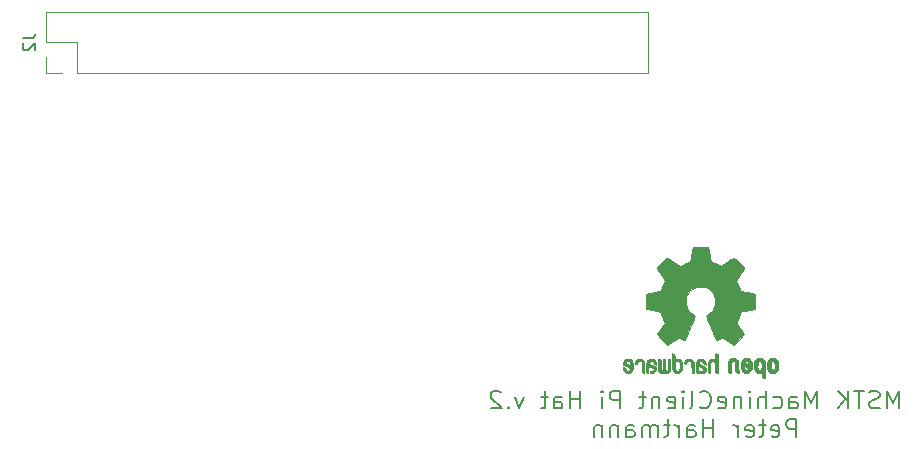
<source format=gbr>
G04 #@! TF.GenerationSoftware,KiCad,Pcbnew,(5.1.4-0)*
G04 #@! TF.CreationDate,2019-09-27T20:11:36-04:00*
G04 #@! TF.ProjectId,Pi_HAT_MACHINECLIENT,50695f48-4154-45f4-9d41-4348494e4543,rev?*
G04 #@! TF.SameCoordinates,Original*
G04 #@! TF.FileFunction,Legend,Bot*
G04 #@! TF.FilePolarity,Positive*
%FSLAX46Y46*%
G04 Gerber Fmt 4.6, Leading zero omitted, Abs format (unit mm)*
G04 Created by KiCad (PCBNEW (5.1.4-0)) date 2019-09-27 20:11:36*
%MOMM*%
%LPD*%
G04 APERTURE LIST*
%ADD10C,0.187500*%
%ADD11C,0.010000*%
%ADD12C,0.120000*%
%ADD13C,0.150000*%
G04 APERTURE END LIST*
D10*
X55620000Y-20839821D02*
X55620000Y-19339821D01*
X55120000Y-20411250D01*
X54620000Y-19339821D01*
X54620000Y-20839821D01*
X53977142Y-20768392D02*
X53762857Y-20839821D01*
X53405714Y-20839821D01*
X53262857Y-20768392D01*
X53191428Y-20696964D01*
X53120000Y-20554107D01*
X53120000Y-20411250D01*
X53191428Y-20268392D01*
X53262857Y-20196964D01*
X53405714Y-20125535D01*
X53691428Y-20054107D01*
X53834285Y-19982678D01*
X53905714Y-19911250D01*
X53977142Y-19768392D01*
X53977142Y-19625535D01*
X53905714Y-19482678D01*
X53834285Y-19411250D01*
X53691428Y-19339821D01*
X53334285Y-19339821D01*
X53120000Y-19411250D01*
X52691428Y-19339821D02*
X51834285Y-19339821D01*
X52262857Y-20839821D02*
X52262857Y-19339821D01*
X51334285Y-20839821D02*
X51334285Y-19339821D01*
X50477142Y-20839821D02*
X51120000Y-19982678D01*
X50477142Y-19339821D02*
X51334285Y-20196964D01*
X48691428Y-20839821D02*
X48691428Y-19339821D01*
X48191428Y-20411250D01*
X47691428Y-19339821D01*
X47691428Y-20839821D01*
X46334285Y-20839821D02*
X46334285Y-20054107D01*
X46405714Y-19911250D01*
X46548571Y-19839821D01*
X46834285Y-19839821D01*
X46977142Y-19911250D01*
X46334285Y-20768392D02*
X46477142Y-20839821D01*
X46834285Y-20839821D01*
X46977142Y-20768392D01*
X47048571Y-20625535D01*
X47048571Y-20482678D01*
X46977142Y-20339821D01*
X46834285Y-20268392D01*
X46477142Y-20268392D01*
X46334285Y-20196964D01*
X44977142Y-20768392D02*
X45120000Y-20839821D01*
X45405714Y-20839821D01*
X45548571Y-20768392D01*
X45620000Y-20696964D01*
X45691428Y-20554107D01*
X45691428Y-20125535D01*
X45620000Y-19982678D01*
X45548571Y-19911250D01*
X45405714Y-19839821D01*
X45120000Y-19839821D01*
X44977142Y-19911250D01*
X44334285Y-20839821D02*
X44334285Y-19339821D01*
X43691428Y-20839821D02*
X43691428Y-20054107D01*
X43762857Y-19911250D01*
X43905714Y-19839821D01*
X44120000Y-19839821D01*
X44262857Y-19911250D01*
X44334285Y-19982678D01*
X42977142Y-20839821D02*
X42977142Y-19839821D01*
X42977142Y-19339821D02*
X43048571Y-19411250D01*
X42977142Y-19482678D01*
X42905714Y-19411250D01*
X42977142Y-19339821D01*
X42977142Y-19482678D01*
X42262857Y-19839821D02*
X42262857Y-20839821D01*
X42262857Y-19982678D02*
X42191428Y-19911250D01*
X42048571Y-19839821D01*
X41834285Y-19839821D01*
X41691428Y-19911250D01*
X41620000Y-20054107D01*
X41620000Y-20839821D01*
X40334285Y-20768392D02*
X40477142Y-20839821D01*
X40762857Y-20839821D01*
X40905714Y-20768392D01*
X40977142Y-20625535D01*
X40977142Y-20054107D01*
X40905714Y-19911250D01*
X40762857Y-19839821D01*
X40477142Y-19839821D01*
X40334285Y-19911250D01*
X40262857Y-20054107D01*
X40262857Y-20196964D01*
X40977142Y-20339821D01*
X38762857Y-20696964D02*
X38834285Y-20768392D01*
X39048571Y-20839821D01*
X39191428Y-20839821D01*
X39405714Y-20768392D01*
X39548571Y-20625535D01*
X39620000Y-20482678D01*
X39691428Y-20196964D01*
X39691428Y-19982678D01*
X39620000Y-19696964D01*
X39548571Y-19554107D01*
X39405714Y-19411250D01*
X39191428Y-19339821D01*
X39048571Y-19339821D01*
X38834285Y-19411250D01*
X38762857Y-19482678D01*
X37905714Y-20839821D02*
X38048571Y-20768392D01*
X38120000Y-20625535D01*
X38120000Y-19339821D01*
X37334285Y-20839821D02*
X37334285Y-19839821D01*
X37334285Y-19339821D02*
X37405714Y-19411250D01*
X37334285Y-19482678D01*
X37262857Y-19411250D01*
X37334285Y-19339821D01*
X37334285Y-19482678D01*
X36048571Y-20768392D02*
X36191428Y-20839821D01*
X36477142Y-20839821D01*
X36620000Y-20768392D01*
X36691428Y-20625535D01*
X36691428Y-20054107D01*
X36620000Y-19911250D01*
X36477142Y-19839821D01*
X36191428Y-19839821D01*
X36048571Y-19911250D01*
X35977142Y-20054107D01*
X35977142Y-20196964D01*
X36691428Y-20339821D01*
X35334285Y-19839821D02*
X35334285Y-20839821D01*
X35334285Y-19982678D02*
X35262857Y-19911250D01*
X35120000Y-19839821D01*
X34905714Y-19839821D01*
X34762857Y-19911250D01*
X34691428Y-20054107D01*
X34691428Y-20839821D01*
X34191428Y-19839821D02*
X33620000Y-19839821D01*
X33977142Y-19339821D02*
X33977142Y-20625535D01*
X33905714Y-20768392D01*
X33762857Y-20839821D01*
X33620000Y-20839821D01*
X31977142Y-20839821D02*
X31977142Y-19339821D01*
X31405714Y-19339821D01*
X31262857Y-19411250D01*
X31191428Y-19482678D01*
X31120000Y-19625535D01*
X31120000Y-19839821D01*
X31191428Y-19982678D01*
X31262857Y-20054107D01*
X31405714Y-20125535D01*
X31977142Y-20125535D01*
X30477142Y-20839821D02*
X30477142Y-19839821D01*
X30477142Y-19339821D02*
X30548571Y-19411250D01*
X30477142Y-19482678D01*
X30405714Y-19411250D01*
X30477142Y-19339821D01*
X30477142Y-19482678D01*
X28620000Y-20839821D02*
X28620000Y-19339821D01*
X28620000Y-20054107D02*
X27762857Y-20054107D01*
X27762857Y-20839821D02*
X27762857Y-19339821D01*
X26405714Y-20839821D02*
X26405714Y-20054107D01*
X26477142Y-19911250D01*
X26620000Y-19839821D01*
X26905714Y-19839821D01*
X27048571Y-19911250D01*
X26405714Y-20768392D02*
X26548571Y-20839821D01*
X26905714Y-20839821D01*
X27048571Y-20768392D01*
X27120000Y-20625535D01*
X27120000Y-20482678D01*
X27048571Y-20339821D01*
X26905714Y-20268392D01*
X26548571Y-20268392D01*
X26405714Y-20196964D01*
X25905714Y-19839821D02*
X25334285Y-19839821D01*
X25691428Y-19339821D02*
X25691428Y-20625535D01*
X25620000Y-20768392D01*
X25477142Y-20839821D01*
X25334285Y-20839821D01*
X23834285Y-19839821D02*
X23477142Y-20839821D01*
X23120000Y-19839821D01*
X22548571Y-20696964D02*
X22477142Y-20768392D01*
X22548571Y-20839821D01*
X22620000Y-20768392D01*
X22548571Y-20696964D01*
X22548571Y-20839821D01*
X21905714Y-19482678D02*
X21834285Y-19411250D01*
X21691428Y-19339821D01*
X21334285Y-19339821D01*
X21191428Y-19411250D01*
X21120000Y-19482678D01*
X21048571Y-19625535D01*
X21048571Y-19768392D01*
X21120000Y-19982678D01*
X21977142Y-20839821D01*
X21048571Y-20839821D01*
X46905714Y-23277321D02*
X46905714Y-21777321D01*
X46334285Y-21777321D01*
X46191428Y-21848750D01*
X46120000Y-21920178D01*
X46048571Y-22063035D01*
X46048571Y-22277321D01*
X46120000Y-22420178D01*
X46191428Y-22491607D01*
X46334285Y-22563035D01*
X46905714Y-22563035D01*
X44834285Y-23205892D02*
X44977142Y-23277321D01*
X45262857Y-23277321D01*
X45405714Y-23205892D01*
X45477142Y-23063035D01*
X45477142Y-22491607D01*
X45405714Y-22348750D01*
X45262857Y-22277321D01*
X44977142Y-22277321D01*
X44834285Y-22348750D01*
X44762857Y-22491607D01*
X44762857Y-22634464D01*
X45477142Y-22777321D01*
X44334285Y-22277321D02*
X43762857Y-22277321D01*
X44120000Y-21777321D02*
X44120000Y-23063035D01*
X44048571Y-23205892D01*
X43905714Y-23277321D01*
X43762857Y-23277321D01*
X42691428Y-23205892D02*
X42834285Y-23277321D01*
X43120000Y-23277321D01*
X43262857Y-23205892D01*
X43334285Y-23063035D01*
X43334285Y-22491607D01*
X43262857Y-22348750D01*
X43120000Y-22277321D01*
X42834285Y-22277321D01*
X42691428Y-22348750D01*
X42620000Y-22491607D01*
X42620000Y-22634464D01*
X43334285Y-22777321D01*
X41977142Y-23277321D02*
X41977142Y-22277321D01*
X41977142Y-22563035D02*
X41905714Y-22420178D01*
X41834285Y-22348750D01*
X41691428Y-22277321D01*
X41548571Y-22277321D01*
X39905714Y-23277321D02*
X39905714Y-21777321D01*
X39905714Y-22491607D02*
X39048571Y-22491607D01*
X39048571Y-23277321D02*
X39048571Y-21777321D01*
X37691428Y-23277321D02*
X37691428Y-22491607D01*
X37762857Y-22348750D01*
X37905714Y-22277321D01*
X38191428Y-22277321D01*
X38334285Y-22348750D01*
X37691428Y-23205892D02*
X37834285Y-23277321D01*
X38191428Y-23277321D01*
X38334285Y-23205892D01*
X38405714Y-23063035D01*
X38405714Y-22920178D01*
X38334285Y-22777321D01*
X38191428Y-22705892D01*
X37834285Y-22705892D01*
X37691428Y-22634464D01*
X36977142Y-23277321D02*
X36977142Y-22277321D01*
X36977142Y-22563035D02*
X36905714Y-22420178D01*
X36834285Y-22348750D01*
X36691428Y-22277321D01*
X36548571Y-22277321D01*
X36262857Y-22277321D02*
X35691428Y-22277321D01*
X36048571Y-21777321D02*
X36048571Y-23063035D01*
X35977142Y-23205892D01*
X35834285Y-23277321D01*
X35691428Y-23277321D01*
X35191428Y-23277321D02*
X35191428Y-22277321D01*
X35191428Y-22420178D02*
X35120000Y-22348750D01*
X34977142Y-22277321D01*
X34762857Y-22277321D01*
X34620000Y-22348750D01*
X34548571Y-22491607D01*
X34548571Y-23277321D01*
X34548571Y-22491607D02*
X34477142Y-22348750D01*
X34334285Y-22277321D01*
X34120000Y-22277321D01*
X33977142Y-22348750D01*
X33905714Y-22491607D01*
X33905714Y-23277321D01*
X32548571Y-23277321D02*
X32548571Y-22491607D01*
X32620000Y-22348750D01*
X32762857Y-22277321D01*
X33048571Y-22277321D01*
X33191428Y-22348750D01*
X32548571Y-23205892D02*
X32691428Y-23277321D01*
X33048571Y-23277321D01*
X33191428Y-23205892D01*
X33262857Y-23063035D01*
X33262857Y-22920178D01*
X33191428Y-22777321D01*
X33048571Y-22705892D01*
X32691428Y-22705892D01*
X32548571Y-22634464D01*
X31834285Y-22277321D02*
X31834285Y-23277321D01*
X31834285Y-22420178D02*
X31762857Y-22348750D01*
X31620000Y-22277321D01*
X31405714Y-22277321D01*
X31262857Y-22348750D01*
X31191428Y-22491607D01*
X31191428Y-23277321D01*
X30477142Y-22277321D02*
X30477142Y-23277321D01*
X30477142Y-22420178D02*
X30405714Y-22348750D01*
X30262857Y-22277321D01*
X30048571Y-22277321D01*
X29905714Y-22348750D01*
X29834285Y-22491607D01*
X29834285Y-23277321D01*
D11*
G36*
X38610986Y-7162998D02*
G01*
X38452994Y-7163863D01*
X38338653Y-7166205D01*
X38260593Y-7170762D01*
X38211446Y-7178270D01*
X38183841Y-7189466D01*
X38170408Y-7205088D01*
X38163779Y-7225873D01*
X38163135Y-7228563D01*
X38153065Y-7277113D01*
X38134425Y-7372905D01*
X38109155Y-7505743D01*
X38079193Y-7665431D01*
X38046478Y-7841774D01*
X38045336Y-7847967D01*
X38012567Y-8020782D01*
X37981907Y-8173469D01*
X37955336Y-8296871D01*
X37934833Y-8381831D01*
X37922374Y-8419190D01*
X37921780Y-8419852D01*
X37885081Y-8438095D01*
X37809414Y-8468497D01*
X37711122Y-8504493D01*
X37710575Y-8504685D01*
X37586767Y-8551222D01*
X37440804Y-8610504D01*
X37303219Y-8670109D01*
X37296707Y-8673056D01*
X37072610Y-8774765D01*
X36576381Y-8435897D01*
X36424154Y-8332592D01*
X36286259Y-8240237D01*
X36170685Y-8164084D01*
X36085421Y-8109385D01*
X36038456Y-8081393D01*
X36033996Y-8079317D01*
X35999866Y-8088560D01*
X35936119Y-8133156D01*
X35840269Y-8215209D01*
X35709831Y-8336821D01*
X35576672Y-8466205D01*
X35448306Y-8593702D01*
X35333419Y-8710046D01*
X35238927Y-8808052D01*
X35171747Y-8880536D01*
X35138794Y-8920313D01*
X35137568Y-8922361D01*
X35133926Y-8949656D01*
X35147650Y-8994234D01*
X35182131Y-9062112D01*
X35240761Y-9159311D01*
X35326930Y-9291851D01*
X35441800Y-9462476D01*
X35543746Y-9612655D01*
X35634877Y-9747350D01*
X35709927Y-9858740D01*
X35763631Y-9939005D01*
X35790720Y-9980325D01*
X35792426Y-9983130D01*
X35789118Y-10022721D01*
X35764047Y-10099669D01*
X35722202Y-10199432D01*
X35707288Y-10231291D01*
X35642214Y-10373226D01*
X35572788Y-10534273D01*
X35516391Y-10673621D01*
X35475753Y-10777044D01*
X35443474Y-10855642D01*
X35424822Y-10896720D01*
X35422503Y-10899885D01*
X35388197Y-10905128D01*
X35307331Y-10919494D01*
X35190657Y-10940937D01*
X35048925Y-10967413D01*
X34892890Y-10996877D01*
X34733302Y-11027283D01*
X34580915Y-11056588D01*
X34446479Y-11082745D01*
X34340748Y-11103710D01*
X34274474Y-11117439D01*
X34258218Y-11121320D01*
X34241427Y-11130900D01*
X34228751Y-11152536D01*
X34219622Y-11193531D01*
X34213469Y-11261189D01*
X34209720Y-11362812D01*
X34207808Y-11505703D01*
X34207160Y-11697165D01*
X34207126Y-11775645D01*
X34207126Y-12413906D01*
X34360402Y-12444160D01*
X34445678Y-12460564D01*
X34572930Y-12484509D01*
X34726685Y-12513107D01*
X34891466Y-12543467D01*
X34937011Y-12551806D01*
X35089068Y-12581370D01*
X35221532Y-12610442D01*
X35323286Y-12636329D01*
X35383212Y-12656337D01*
X35393195Y-12662301D01*
X35417707Y-12704534D01*
X35452852Y-12786370D01*
X35491827Y-12891683D01*
X35499558Y-12914368D01*
X35550640Y-13055018D01*
X35614046Y-13213714D01*
X35676096Y-13356225D01*
X35676402Y-13356886D01*
X35779733Y-13580440D01*
X35100039Y-14580232D01*
X35536379Y-15017300D01*
X35668351Y-15147381D01*
X35788721Y-15262048D01*
X35890727Y-15355181D01*
X35967609Y-15420658D01*
X36012607Y-15452357D01*
X36019062Y-15454368D01*
X36056960Y-15438529D01*
X36134292Y-15394496D01*
X36242611Y-15327490D01*
X36373468Y-15242734D01*
X36514948Y-15147816D01*
X36658539Y-15050998D01*
X36786565Y-14966751D01*
X36890895Y-14900258D01*
X36963400Y-14856702D01*
X36995842Y-14841264D01*
X37035424Y-14854328D01*
X37110481Y-14888750D01*
X37205532Y-14937380D01*
X37215608Y-14942785D01*
X37343609Y-15006980D01*
X37431382Y-15038463D01*
X37485972Y-15038798D01*
X37514425Y-15009548D01*
X37514590Y-15009138D01*
X37528812Y-14974498D01*
X37562731Y-14892269D01*
X37613716Y-14768814D01*
X37679138Y-14610498D01*
X37756366Y-14423686D01*
X37842771Y-14214742D01*
X37926449Y-14012446D01*
X38018412Y-13789200D01*
X38102850Y-13582392D01*
X38177231Y-13398362D01*
X38239026Y-13243451D01*
X38285703Y-13123996D01*
X38314732Y-13046339D01*
X38323678Y-13017356D01*
X38301244Y-12984110D01*
X38242561Y-12931123D01*
X38164311Y-12872704D01*
X37941466Y-12687952D01*
X37767282Y-12476182D01*
X37643846Y-12241856D01*
X37573246Y-11989434D01*
X37557569Y-11723377D01*
X37568964Y-11600575D01*
X37631050Y-11345793D01*
X37737977Y-11120801D01*
X37883111Y-10927817D01*
X38059822Y-10769061D01*
X38261478Y-10646750D01*
X38481446Y-10563105D01*
X38713094Y-10520344D01*
X38949791Y-10520687D01*
X39184905Y-10566352D01*
X39411804Y-10659559D01*
X39623856Y-10802527D01*
X39712364Y-10883383D01*
X39882111Y-11091007D01*
X40000301Y-11317895D01*
X40067722Y-11557433D01*
X40085160Y-11803007D01*
X40053402Y-12048003D01*
X39973235Y-12285808D01*
X39845445Y-12509807D01*
X39670820Y-12713387D01*
X39475688Y-12872704D01*
X39394409Y-12933602D01*
X39336991Y-12986015D01*
X39316322Y-13017406D01*
X39327144Y-13051639D01*
X39357923Y-13133419D01*
X39406126Y-13256407D01*
X39469222Y-13414263D01*
X39544678Y-13600649D01*
X39629962Y-13809226D01*
X39713781Y-14012496D01*
X39806255Y-14235933D01*
X39891911Y-14442984D01*
X39968118Y-14627286D01*
X40032247Y-14782475D01*
X40081668Y-14902188D01*
X40113752Y-14980061D01*
X40125641Y-15009138D01*
X40153726Y-15038677D01*
X40208051Y-15038591D01*
X40295605Y-15007326D01*
X40423381Y-14943329D01*
X40424392Y-14942785D01*
X40520598Y-14893121D01*
X40598369Y-14856945D01*
X40642223Y-14841408D01*
X40644158Y-14841264D01*
X40677171Y-14857024D01*
X40750054Y-14900850D01*
X40854678Y-14967557D01*
X40982910Y-15051964D01*
X41125052Y-15147816D01*
X41269767Y-15244867D01*
X41400196Y-15329270D01*
X41507890Y-15395801D01*
X41584402Y-15439238D01*
X41620938Y-15454368D01*
X41654582Y-15434482D01*
X41722224Y-15378903D01*
X41817107Y-15293754D01*
X41932470Y-15185153D01*
X42061555Y-15059221D01*
X42103771Y-15017149D01*
X42540261Y-14579931D01*
X42208023Y-14092340D01*
X42107054Y-13942605D01*
X42018438Y-13808220D01*
X41947146Y-13696969D01*
X41898150Y-13616639D01*
X41876422Y-13575014D01*
X41875785Y-13572053D01*
X41887240Y-13532818D01*
X41918051Y-13453895D01*
X41962884Y-13348509D01*
X41994353Y-13277954D01*
X42053192Y-13142876D01*
X42108604Y-13006409D01*
X42151564Y-12891103D01*
X42163234Y-12855977D01*
X42196389Y-12762174D01*
X42228799Y-12689694D01*
X42246601Y-12662301D01*
X42285886Y-12645536D01*
X42371626Y-12621770D01*
X42492697Y-12593697D01*
X42637973Y-12564009D01*
X42702988Y-12551806D01*
X42868087Y-12521468D01*
X43026448Y-12492093D01*
X43162596Y-12466569D01*
X43261057Y-12447785D01*
X43279598Y-12444160D01*
X43432873Y-12413906D01*
X43432873Y-11775645D01*
X43432529Y-11565770D01*
X43431116Y-11406980D01*
X43428064Y-11291973D01*
X43422803Y-11213446D01*
X43414763Y-11164096D01*
X43403373Y-11136619D01*
X43388063Y-11123713D01*
X43381782Y-11121320D01*
X43343896Y-11112833D01*
X43260195Y-11095900D01*
X43141433Y-11072566D01*
X42998361Y-11044875D01*
X42841732Y-11014873D01*
X42682297Y-10984604D01*
X42530809Y-10956115D01*
X42398019Y-10931449D01*
X42294681Y-10912651D01*
X42231545Y-10901767D01*
X42217497Y-10899885D01*
X42204770Y-10874704D01*
X42176600Y-10807622D01*
X42138252Y-10711333D01*
X42123609Y-10673621D01*
X42064548Y-10527921D01*
X41995000Y-10366951D01*
X41932712Y-10231291D01*
X41886879Y-10127561D01*
X41856387Y-10042326D01*
X41846208Y-9990126D01*
X41847831Y-9983130D01*
X41869343Y-9950102D01*
X41918465Y-9876643D01*
X41989923Y-9770577D01*
X42078445Y-9639726D01*
X42178759Y-9491912D01*
X42198594Y-9462734D01*
X42314988Y-9289863D01*
X42400548Y-9158226D01*
X42458684Y-9061761D01*
X42492808Y-8994408D01*
X42506331Y-8950106D01*
X42502664Y-8922794D01*
X42502570Y-8922620D01*
X42473707Y-8886746D01*
X42409867Y-8817391D01*
X42317969Y-8721745D01*
X42204933Y-8606999D01*
X42077679Y-8480341D01*
X42063328Y-8466205D01*
X41902957Y-8310903D01*
X41779195Y-8196870D01*
X41689555Y-8122002D01*
X41631552Y-8084196D01*
X41606004Y-8079317D01*
X41568718Y-8100603D01*
X41491343Y-8149773D01*
X41381867Y-8221575D01*
X41248280Y-8310755D01*
X41098570Y-8412063D01*
X41063618Y-8435897D01*
X40567390Y-8774765D01*
X40343293Y-8673056D01*
X40207011Y-8613783D01*
X40060724Y-8554170D01*
X39934965Y-8506640D01*
X39929425Y-8504685D01*
X39831057Y-8468677D01*
X39755229Y-8438229D01*
X39718282Y-8419905D01*
X39718220Y-8419852D01*
X39706496Y-8386729D01*
X39686568Y-8305267D01*
X39660413Y-8184625D01*
X39630010Y-8033959D01*
X39597337Y-7862428D01*
X39594664Y-7847967D01*
X39561890Y-7671235D01*
X39531802Y-7510810D01*
X39506339Y-7376888D01*
X39487441Y-7279663D01*
X39477047Y-7229332D01*
X39476865Y-7228563D01*
X39470539Y-7207153D01*
X39458239Y-7190988D01*
X39432594Y-7179331D01*
X39386235Y-7171445D01*
X39311792Y-7166593D01*
X39201895Y-7164039D01*
X39049175Y-7163045D01*
X38846262Y-7162874D01*
X38820000Y-7162874D01*
X38610986Y-7162998D01*
X38610986Y-7162998D01*
G37*
X38610986Y-7162998D02*
X38452994Y-7163863D01*
X38338653Y-7166205D01*
X38260593Y-7170762D01*
X38211446Y-7178270D01*
X38183841Y-7189466D01*
X38170408Y-7205088D01*
X38163779Y-7225873D01*
X38163135Y-7228563D01*
X38153065Y-7277113D01*
X38134425Y-7372905D01*
X38109155Y-7505743D01*
X38079193Y-7665431D01*
X38046478Y-7841774D01*
X38045336Y-7847967D01*
X38012567Y-8020782D01*
X37981907Y-8173469D01*
X37955336Y-8296871D01*
X37934833Y-8381831D01*
X37922374Y-8419190D01*
X37921780Y-8419852D01*
X37885081Y-8438095D01*
X37809414Y-8468497D01*
X37711122Y-8504493D01*
X37710575Y-8504685D01*
X37586767Y-8551222D01*
X37440804Y-8610504D01*
X37303219Y-8670109D01*
X37296707Y-8673056D01*
X37072610Y-8774765D01*
X36576381Y-8435897D01*
X36424154Y-8332592D01*
X36286259Y-8240237D01*
X36170685Y-8164084D01*
X36085421Y-8109385D01*
X36038456Y-8081393D01*
X36033996Y-8079317D01*
X35999866Y-8088560D01*
X35936119Y-8133156D01*
X35840269Y-8215209D01*
X35709831Y-8336821D01*
X35576672Y-8466205D01*
X35448306Y-8593702D01*
X35333419Y-8710046D01*
X35238927Y-8808052D01*
X35171747Y-8880536D01*
X35138794Y-8920313D01*
X35137568Y-8922361D01*
X35133926Y-8949656D01*
X35147650Y-8994234D01*
X35182131Y-9062112D01*
X35240761Y-9159311D01*
X35326930Y-9291851D01*
X35441800Y-9462476D01*
X35543746Y-9612655D01*
X35634877Y-9747350D01*
X35709927Y-9858740D01*
X35763631Y-9939005D01*
X35790720Y-9980325D01*
X35792426Y-9983130D01*
X35789118Y-10022721D01*
X35764047Y-10099669D01*
X35722202Y-10199432D01*
X35707288Y-10231291D01*
X35642214Y-10373226D01*
X35572788Y-10534273D01*
X35516391Y-10673621D01*
X35475753Y-10777044D01*
X35443474Y-10855642D01*
X35424822Y-10896720D01*
X35422503Y-10899885D01*
X35388197Y-10905128D01*
X35307331Y-10919494D01*
X35190657Y-10940937D01*
X35048925Y-10967413D01*
X34892890Y-10996877D01*
X34733302Y-11027283D01*
X34580915Y-11056588D01*
X34446479Y-11082745D01*
X34340748Y-11103710D01*
X34274474Y-11117439D01*
X34258218Y-11121320D01*
X34241427Y-11130900D01*
X34228751Y-11152536D01*
X34219622Y-11193531D01*
X34213469Y-11261189D01*
X34209720Y-11362812D01*
X34207808Y-11505703D01*
X34207160Y-11697165D01*
X34207126Y-11775645D01*
X34207126Y-12413906D01*
X34360402Y-12444160D01*
X34445678Y-12460564D01*
X34572930Y-12484509D01*
X34726685Y-12513107D01*
X34891466Y-12543467D01*
X34937011Y-12551806D01*
X35089068Y-12581370D01*
X35221532Y-12610442D01*
X35323286Y-12636329D01*
X35383212Y-12656337D01*
X35393195Y-12662301D01*
X35417707Y-12704534D01*
X35452852Y-12786370D01*
X35491827Y-12891683D01*
X35499558Y-12914368D01*
X35550640Y-13055018D01*
X35614046Y-13213714D01*
X35676096Y-13356225D01*
X35676402Y-13356886D01*
X35779733Y-13580440D01*
X35100039Y-14580232D01*
X35536379Y-15017300D01*
X35668351Y-15147381D01*
X35788721Y-15262048D01*
X35890727Y-15355181D01*
X35967609Y-15420658D01*
X36012607Y-15452357D01*
X36019062Y-15454368D01*
X36056960Y-15438529D01*
X36134292Y-15394496D01*
X36242611Y-15327490D01*
X36373468Y-15242734D01*
X36514948Y-15147816D01*
X36658539Y-15050998D01*
X36786565Y-14966751D01*
X36890895Y-14900258D01*
X36963400Y-14856702D01*
X36995842Y-14841264D01*
X37035424Y-14854328D01*
X37110481Y-14888750D01*
X37205532Y-14937380D01*
X37215608Y-14942785D01*
X37343609Y-15006980D01*
X37431382Y-15038463D01*
X37485972Y-15038798D01*
X37514425Y-15009548D01*
X37514590Y-15009138D01*
X37528812Y-14974498D01*
X37562731Y-14892269D01*
X37613716Y-14768814D01*
X37679138Y-14610498D01*
X37756366Y-14423686D01*
X37842771Y-14214742D01*
X37926449Y-14012446D01*
X38018412Y-13789200D01*
X38102850Y-13582392D01*
X38177231Y-13398362D01*
X38239026Y-13243451D01*
X38285703Y-13123996D01*
X38314732Y-13046339D01*
X38323678Y-13017356D01*
X38301244Y-12984110D01*
X38242561Y-12931123D01*
X38164311Y-12872704D01*
X37941466Y-12687952D01*
X37767282Y-12476182D01*
X37643846Y-12241856D01*
X37573246Y-11989434D01*
X37557569Y-11723377D01*
X37568964Y-11600575D01*
X37631050Y-11345793D01*
X37737977Y-11120801D01*
X37883111Y-10927817D01*
X38059822Y-10769061D01*
X38261478Y-10646750D01*
X38481446Y-10563105D01*
X38713094Y-10520344D01*
X38949791Y-10520687D01*
X39184905Y-10566352D01*
X39411804Y-10659559D01*
X39623856Y-10802527D01*
X39712364Y-10883383D01*
X39882111Y-11091007D01*
X40000301Y-11317895D01*
X40067722Y-11557433D01*
X40085160Y-11803007D01*
X40053402Y-12048003D01*
X39973235Y-12285808D01*
X39845445Y-12509807D01*
X39670820Y-12713387D01*
X39475688Y-12872704D01*
X39394409Y-12933602D01*
X39336991Y-12986015D01*
X39316322Y-13017406D01*
X39327144Y-13051639D01*
X39357923Y-13133419D01*
X39406126Y-13256407D01*
X39469222Y-13414263D01*
X39544678Y-13600649D01*
X39629962Y-13809226D01*
X39713781Y-14012496D01*
X39806255Y-14235933D01*
X39891911Y-14442984D01*
X39968118Y-14627286D01*
X40032247Y-14782475D01*
X40081668Y-14902188D01*
X40113752Y-14980061D01*
X40125641Y-15009138D01*
X40153726Y-15038677D01*
X40208051Y-15038591D01*
X40295605Y-15007326D01*
X40423381Y-14943329D01*
X40424392Y-14942785D01*
X40520598Y-14893121D01*
X40598369Y-14856945D01*
X40642223Y-14841408D01*
X40644158Y-14841264D01*
X40677171Y-14857024D01*
X40750054Y-14900850D01*
X40854678Y-14967557D01*
X40982910Y-15051964D01*
X41125052Y-15147816D01*
X41269767Y-15244867D01*
X41400196Y-15329270D01*
X41507890Y-15395801D01*
X41584402Y-15439238D01*
X41620938Y-15454368D01*
X41654582Y-15434482D01*
X41722224Y-15378903D01*
X41817107Y-15293754D01*
X41932470Y-15185153D01*
X42061555Y-15059221D01*
X42103771Y-15017149D01*
X42540261Y-14579931D01*
X42208023Y-14092340D01*
X42107054Y-13942605D01*
X42018438Y-13808220D01*
X41947146Y-13696969D01*
X41898150Y-13616639D01*
X41876422Y-13575014D01*
X41875785Y-13572053D01*
X41887240Y-13532818D01*
X41918051Y-13453895D01*
X41962884Y-13348509D01*
X41994353Y-13277954D01*
X42053192Y-13142876D01*
X42108604Y-13006409D01*
X42151564Y-12891103D01*
X42163234Y-12855977D01*
X42196389Y-12762174D01*
X42228799Y-12689694D01*
X42246601Y-12662301D01*
X42285886Y-12645536D01*
X42371626Y-12621770D01*
X42492697Y-12593697D01*
X42637973Y-12564009D01*
X42702988Y-12551806D01*
X42868087Y-12521468D01*
X43026448Y-12492093D01*
X43162596Y-12466569D01*
X43261057Y-12447785D01*
X43279598Y-12444160D01*
X43432873Y-12413906D01*
X43432873Y-11775645D01*
X43432529Y-11565770D01*
X43431116Y-11406980D01*
X43428064Y-11291973D01*
X43422803Y-11213446D01*
X43414763Y-11164096D01*
X43403373Y-11136619D01*
X43388063Y-11123713D01*
X43381782Y-11121320D01*
X43343896Y-11112833D01*
X43260195Y-11095900D01*
X43141433Y-11072566D01*
X42998361Y-11044875D01*
X42841732Y-11014873D01*
X42682297Y-10984604D01*
X42530809Y-10956115D01*
X42398019Y-10931449D01*
X42294681Y-10912651D01*
X42231545Y-10901767D01*
X42217497Y-10899885D01*
X42204770Y-10874704D01*
X42176600Y-10807622D01*
X42138252Y-10711333D01*
X42123609Y-10673621D01*
X42064548Y-10527921D01*
X41995000Y-10366951D01*
X41932712Y-10231291D01*
X41886879Y-10127561D01*
X41856387Y-10042326D01*
X41846208Y-9990126D01*
X41847831Y-9983130D01*
X41869343Y-9950102D01*
X41918465Y-9876643D01*
X41989923Y-9770577D01*
X42078445Y-9639726D01*
X42178759Y-9491912D01*
X42198594Y-9462734D01*
X42314988Y-9289863D01*
X42400548Y-9158226D01*
X42458684Y-9061761D01*
X42492808Y-8994408D01*
X42506331Y-8950106D01*
X42502664Y-8922794D01*
X42502570Y-8922620D01*
X42473707Y-8886746D01*
X42409867Y-8817391D01*
X42317969Y-8721745D01*
X42204933Y-8606999D01*
X42077679Y-8480341D01*
X42063328Y-8466205D01*
X41902957Y-8310903D01*
X41779195Y-8196870D01*
X41689555Y-8122002D01*
X41631552Y-8084196D01*
X41606004Y-8079317D01*
X41568718Y-8100603D01*
X41491343Y-8149773D01*
X41381867Y-8221575D01*
X41248280Y-8310755D01*
X41098570Y-8412063D01*
X41063618Y-8435897D01*
X40567390Y-8774765D01*
X40343293Y-8673056D01*
X40207011Y-8613783D01*
X40060724Y-8554170D01*
X39934965Y-8506640D01*
X39929425Y-8504685D01*
X39831057Y-8468677D01*
X39755229Y-8438229D01*
X39718282Y-8419905D01*
X39718220Y-8419852D01*
X39706496Y-8386729D01*
X39686568Y-8305267D01*
X39660413Y-8184625D01*
X39630010Y-8033959D01*
X39597337Y-7862428D01*
X39594664Y-7847967D01*
X39561890Y-7671235D01*
X39531802Y-7510810D01*
X39506339Y-7376888D01*
X39487441Y-7279663D01*
X39477047Y-7229332D01*
X39476865Y-7228563D01*
X39470539Y-7207153D01*
X39458239Y-7190988D01*
X39432594Y-7179331D01*
X39386235Y-7171445D01*
X39311792Y-7166593D01*
X39201895Y-7164039D01*
X39049175Y-7163045D01*
X38846262Y-7162874D01*
X38820000Y-7162874D01*
X38610986Y-7162998D01*
G36*
X32476561Y-16666540D02*
G01*
X32361050Y-16742034D01*
X32305336Y-16809617D01*
X32261196Y-16932255D01*
X32257691Y-17029298D01*
X32265632Y-17159056D01*
X32564885Y-17290039D01*
X32710389Y-17356958D01*
X32805463Y-17410790D01*
X32854899Y-17457416D01*
X32863489Y-17502720D01*
X32836028Y-17552582D01*
X32805747Y-17585632D01*
X32717637Y-17638633D01*
X32621804Y-17642347D01*
X32533788Y-17601041D01*
X32469131Y-17518983D01*
X32457567Y-17490008D01*
X32402175Y-17399509D01*
X32338447Y-17360940D01*
X32251034Y-17327946D01*
X32251034Y-17453034D01*
X32258762Y-17538156D01*
X32289034Y-17609938D01*
X32352482Y-17692356D01*
X32361912Y-17703066D01*
X32432487Y-17776391D01*
X32493153Y-17815742D01*
X32569050Y-17833845D01*
X32631970Y-17839774D01*
X32744513Y-17841251D01*
X32824630Y-17822535D01*
X32874610Y-17794747D01*
X32953162Y-17733641D01*
X33007537Y-17667554D01*
X33041948Y-17584441D01*
X33060612Y-17472254D01*
X33067744Y-17318946D01*
X33068313Y-17241136D01*
X33066378Y-17147853D01*
X32890101Y-17147853D01*
X32888056Y-17197896D01*
X32882961Y-17206092D01*
X32849334Y-17194958D01*
X32776970Y-17165493D01*
X32680253Y-17123601D01*
X32660027Y-17114597D01*
X32537797Y-17052442D01*
X32470453Y-16997815D01*
X32455652Y-16946649D01*
X32491053Y-16894876D01*
X32520289Y-16872000D01*
X32625784Y-16826250D01*
X32724524Y-16833808D01*
X32807188Y-16889651D01*
X32864452Y-16988753D01*
X32882812Y-17067414D01*
X32890101Y-17147853D01*
X33066378Y-17147853D01*
X33064541Y-17059351D01*
X33050641Y-16924853D01*
X33023106Y-16826916D01*
X32978428Y-16754811D01*
X32913099Y-16697813D01*
X32884617Y-16679393D01*
X32755237Y-16631422D01*
X32613588Y-16628403D01*
X32476561Y-16666540D01*
X32476561Y-16666540D01*
G37*
X32476561Y-16666540D02*
X32361050Y-16742034D01*
X32305336Y-16809617D01*
X32261196Y-16932255D01*
X32257691Y-17029298D01*
X32265632Y-17159056D01*
X32564885Y-17290039D01*
X32710389Y-17356958D01*
X32805463Y-17410790D01*
X32854899Y-17457416D01*
X32863489Y-17502720D01*
X32836028Y-17552582D01*
X32805747Y-17585632D01*
X32717637Y-17638633D01*
X32621804Y-17642347D01*
X32533788Y-17601041D01*
X32469131Y-17518983D01*
X32457567Y-17490008D01*
X32402175Y-17399509D01*
X32338447Y-17360940D01*
X32251034Y-17327946D01*
X32251034Y-17453034D01*
X32258762Y-17538156D01*
X32289034Y-17609938D01*
X32352482Y-17692356D01*
X32361912Y-17703066D01*
X32432487Y-17776391D01*
X32493153Y-17815742D01*
X32569050Y-17833845D01*
X32631970Y-17839774D01*
X32744513Y-17841251D01*
X32824630Y-17822535D01*
X32874610Y-17794747D01*
X32953162Y-17733641D01*
X33007537Y-17667554D01*
X33041948Y-17584441D01*
X33060612Y-17472254D01*
X33067744Y-17318946D01*
X33068313Y-17241136D01*
X33066378Y-17147853D01*
X32890101Y-17147853D01*
X32888056Y-17197896D01*
X32882961Y-17206092D01*
X32849334Y-17194958D01*
X32776970Y-17165493D01*
X32680253Y-17123601D01*
X32660027Y-17114597D01*
X32537797Y-17052442D01*
X32470453Y-16997815D01*
X32455652Y-16946649D01*
X32491053Y-16894876D01*
X32520289Y-16872000D01*
X32625784Y-16826250D01*
X32724524Y-16833808D01*
X32807188Y-16889651D01*
X32864452Y-16988753D01*
X32882812Y-17067414D01*
X32890101Y-17147853D01*
X33066378Y-17147853D01*
X33064541Y-17059351D01*
X33050641Y-16924853D01*
X33023106Y-16826916D01*
X32978428Y-16754811D01*
X32913099Y-16697813D01*
X32884617Y-16679393D01*
X32755237Y-16631422D01*
X32613588Y-16628403D01*
X32476561Y-16666540D01*
G36*
X33484310Y-16650018D02*
G01*
X33449415Y-16665269D01*
X33366123Y-16731235D01*
X33294897Y-16826618D01*
X33250847Y-16928406D01*
X33243678Y-16978587D01*
X33267715Y-17048647D01*
X33320439Y-17085717D01*
X33376969Y-17108164D01*
X33402854Y-17112300D01*
X33415458Y-17082283D01*
X33440346Y-17016961D01*
X33451265Y-16987445D01*
X33512492Y-16885348D01*
X33601139Y-16834423D01*
X33714807Y-16835989D01*
X33723226Y-16837994D01*
X33783912Y-16866767D01*
X33828526Y-16922859D01*
X33858998Y-17013163D01*
X33877256Y-17144571D01*
X33885229Y-17323974D01*
X33885977Y-17419433D01*
X33886348Y-17569913D01*
X33888777Y-17672495D01*
X33895240Y-17737672D01*
X33907712Y-17775938D01*
X33928167Y-17797785D01*
X33958581Y-17813707D01*
X33960339Y-17814509D01*
X34018909Y-17839272D01*
X34047925Y-17848391D01*
X34052384Y-17820822D01*
X34056201Y-17744620D01*
X34059101Y-17629541D01*
X34060809Y-17485341D01*
X34061149Y-17379814D01*
X34059412Y-17175613D01*
X34052618Y-17020697D01*
X34038393Y-16906024D01*
X34014362Y-16822551D01*
X33978152Y-16761236D01*
X33927388Y-16713034D01*
X33877261Y-16679393D01*
X33756725Y-16634619D01*
X33616443Y-16624521D01*
X33484310Y-16650018D01*
X33484310Y-16650018D01*
G37*
X33484310Y-16650018D02*
X33449415Y-16665269D01*
X33366123Y-16731235D01*
X33294897Y-16826618D01*
X33250847Y-16928406D01*
X33243678Y-16978587D01*
X33267715Y-17048647D01*
X33320439Y-17085717D01*
X33376969Y-17108164D01*
X33402854Y-17112300D01*
X33415458Y-17082283D01*
X33440346Y-17016961D01*
X33451265Y-16987445D01*
X33512492Y-16885348D01*
X33601139Y-16834423D01*
X33714807Y-16835989D01*
X33723226Y-16837994D01*
X33783912Y-16866767D01*
X33828526Y-16922859D01*
X33858998Y-17013163D01*
X33877256Y-17144571D01*
X33885229Y-17323974D01*
X33885977Y-17419433D01*
X33886348Y-17569913D01*
X33888777Y-17672495D01*
X33895240Y-17737672D01*
X33907712Y-17775938D01*
X33928167Y-17797785D01*
X33958581Y-17813707D01*
X33960339Y-17814509D01*
X34018909Y-17839272D01*
X34047925Y-17848391D01*
X34052384Y-17820822D01*
X34056201Y-17744620D01*
X34059101Y-17629541D01*
X34060809Y-17485341D01*
X34061149Y-17379814D01*
X34059412Y-17175613D01*
X34052618Y-17020697D01*
X34038393Y-16906024D01*
X34014362Y-16822551D01*
X33978152Y-16761236D01*
X33927388Y-16713034D01*
X33877261Y-16679393D01*
X33756725Y-16634619D01*
X33616443Y-16624521D01*
X33484310Y-16650018D01*
G36*
X34505594Y-16645156D02*
G01*
X34421531Y-16683393D01*
X34355550Y-16729726D01*
X34307206Y-16781532D01*
X34273828Y-16848363D01*
X34252747Y-16939769D01*
X34241293Y-17065301D01*
X34236797Y-17234508D01*
X34236322Y-17345933D01*
X34236322Y-17780627D01*
X34310684Y-17814509D01*
X34369254Y-17839272D01*
X34398270Y-17848391D01*
X34403821Y-17821257D01*
X34408225Y-17748094D01*
X34410922Y-17641263D01*
X34411494Y-17556437D01*
X34413954Y-17433887D01*
X34420588Y-17336668D01*
X34430274Y-17277134D01*
X34437968Y-17264483D01*
X34489689Y-17277402D01*
X34570883Y-17310539D01*
X34664898Y-17355461D01*
X34755083Y-17403735D01*
X34824785Y-17446928D01*
X34857352Y-17476608D01*
X34857481Y-17476929D01*
X34854680Y-17531857D01*
X34829561Y-17584292D01*
X34785459Y-17626881D01*
X34721091Y-17641126D01*
X34666079Y-17639466D01*
X34588165Y-17638245D01*
X34547268Y-17656498D01*
X34522705Y-17704726D01*
X34519608Y-17713820D01*
X34508960Y-17782598D01*
X34537435Y-17824360D01*
X34611656Y-17844263D01*
X34691832Y-17847944D01*
X34836110Y-17820658D01*
X34910797Y-17781690D01*
X35003037Y-17690148D01*
X35051957Y-17577782D01*
X35056346Y-17459051D01*
X35014999Y-17348411D01*
X34952803Y-17279080D01*
X34890706Y-17240265D01*
X34793105Y-17191125D01*
X34679368Y-17141292D01*
X34660410Y-17133677D01*
X34535479Y-17078545D01*
X34463461Y-17029954D01*
X34440300Y-16981647D01*
X34461936Y-16927370D01*
X34499080Y-16884943D01*
X34586873Y-16832702D01*
X34683470Y-16828784D01*
X34772056Y-16869041D01*
X34835814Y-16949326D01*
X34844183Y-16970040D01*
X34892904Y-17046225D01*
X34964035Y-17102785D01*
X35053793Y-17149201D01*
X35053793Y-17017584D01*
X35048510Y-16937168D01*
X35025858Y-16873786D01*
X34975633Y-16806163D01*
X34927418Y-16754076D01*
X34852446Y-16680322D01*
X34794194Y-16640702D01*
X34731628Y-16624810D01*
X34660807Y-16622184D01*
X34505594Y-16645156D01*
X34505594Y-16645156D01*
G37*
X34505594Y-16645156D02*
X34421531Y-16683393D01*
X34355550Y-16729726D01*
X34307206Y-16781532D01*
X34273828Y-16848363D01*
X34252747Y-16939769D01*
X34241293Y-17065301D01*
X34236797Y-17234508D01*
X34236322Y-17345933D01*
X34236322Y-17780627D01*
X34310684Y-17814509D01*
X34369254Y-17839272D01*
X34398270Y-17848391D01*
X34403821Y-17821257D01*
X34408225Y-17748094D01*
X34410922Y-17641263D01*
X34411494Y-17556437D01*
X34413954Y-17433887D01*
X34420588Y-17336668D01*
X34430274Y-17277134D01*
X34437968Y-17264483D01*
X34489689Y-17277402D01*
X34570883Y-17310539D01*
X34664898Y-17355461D01*
X34755083Y-17403735D01*
X34824785Y-17446928D01*
X34857352Y-17476608D01*
X34857481Y-17476929D01*
X34854680Y-17531857D01*
X34829561Y-17584292D01*
X34785459Y-17626881D01*
X34721091Y-17641126D01*
X34666079Y-17639466D01*
X34588165Y-17638245D01*
X34547268Y-17656498D01*
X34522705Y-17704726D01*
X34519608Y-17713820D01*
X34508960Y-17782598D01*
X34537435Y-17824360D01*
X34611656Y-17844263D01*
X34691832Y-17847944D01*
X34836110Y-17820658D01*
X34910797Y-17781690D01*
X35003037Y-17690148D01*
X35051957Y-17577782D01*
X35056346Y-17459051D01*
X35014999Y-17348411D01*
X34952803Y-17279080D01*
X34890706Y-17240265D01*
X34793105Y-17191125D01*
X34679368Y-17141292D01*
X34660410Y-17133677D01*
X34535479Y-17078545D01*
X34463461Y-17029954D01*
X34440300Y-16981647D01*
X34461936Y-16927370D01*
X34499080Y-16884943D01*
X34586873Y-16832702D01*
X34683470Y-16828784D01*
X34772056Y-16869041D01*
X34835814Y-16949326D01*
X34844183Y-16970040D01*
X34892904Y-17046225D01*
X34964035Y-17102785D01*
X35053793Y-17149201D01*
X35053793Y-17017584D01*
X35048510Y-16937168D01*
X35025858Y-16873786D01*
X34975633Y-16806163D01*
X34927418Y-16754076D01*
X34852446Y-16680322D01*
X34794194Y-16640702D01*
X34731628Y-16624810D01*
X34660807Y-16622184D01*
X34505594Y-16645156D01*
G36*
X35239876Y-16649840D02*
G01*
X35235421Y-16726653D01*
X35231929Y-16843391D01*
X35229685Y-16990821D01*
X35228965Y-17145455D01*
X35228965Y-17668727D01*
X35321355Y-17761117D01*
X35385022Y-17818047D01*
X35440911Y-17841107D01*
X35517298Y-17839647D01*
X35547620Y-17835934D01*
X35642390Y-17825126D01*
X35720778Y-17818933D01*
X35739885Y-17818361D01*
X35804301Y-17822102D01*
X35896429Y-17831494D01*
X35932150Y-17835934D01*
X36019886Y-17842801D01*
X36078847Y-17827885D01*
X36137310Y-17781835D01*
X36158415Y-17761117D01*
X36250805Y-17668727D01*
X36250805Y-16689947D01*
X36176442Y-16656066D01*
X36112410Y-16630970D01*
X36074948Y-16622184D01*
X36065343Y-16649950D01*
X36056365Y-16727530D01*
X36048614Y-16846348D01*
X36042686Y-16997828D01*
X36039827Y-17125805D01*
X36031839Y-17629425D01*
X35962152Y-17639278D01*
X35898771Y-17632389D01*
X35867714Y-17610083D01*
X35859033Y-17568379D01*
X35851622Y-17479544D01*
X35846069Y-17354834D01*
X35842964Y-17205507D01*
X35842516Y-17128661D01*
X35842069Y-16686287D01*
X35750126Y-16654235D01*
X35685051Y-16632443D01*
X35649653Y-16622281D01*
X35648632Y-16622184D01*
X35645080Y-16649809D01*
X35641177Y-16726411D01*
X35637249Y-16842579D01*
X35633624Y-16988904D01*
X35631092Y-17125805D01*
X35623103Y-17629425D01*
X35447931Y-17629425D01*
X35439893Y-17169965D01*
X35431854Y-16710505D01*
X35346457Y-16666344D01*
X35283407Y-16636019D01*
X35246090Y-16622258D01*
X35245013Y-16622184D01*
X35239876Y-16649840D01*
X35239876Y-16649840D01*
G37*
X35239876Y-16649840D02*
X35235421Y-16726653D01*
X35231929Y-16843391D01*
X35229685Y-16990821D01*
X35228965Y-17145455D01*
X35228965Y-17668727D01*
X35321355Y-17761117D01*
X35385022Y-17818047D01*
X35440911Y-17841107D01*
X35517298Y-17839647D01*
X35547620Y-17835934D01*
X35642390Y-17825126D01*
X35720778Y-17818933D01*
X35739885Y-17818361D01*
X35804301Y-17822102D01*
X35896429Y-17831494D01*
X35932150Y-17835934D01*
X36019886Y-17842801D01*
X36078847Y-17827885D01*
X36137310Y-17781835D01*
X36158415Y-17761117D01*
X36250805Y-17668727D01*
X36250805Y-16689947D01*
X36176442Y-16656066D01*
X36112410Y-16630970D01*
X36074948Y-16622184D01*
X36065343Y-16649950D01*
X36056365Y-16727530D01*
X36048614Y-16846348D01*
X36042686Y-16997828D01*
X36039827Y-17125805D01*
X36031839Y-17629425D01*
X35962152Y-17639278D01*
X35898771Y-17632389D01*
X35867714Y-17610083D01*
X35859033Y-17568379D01*
X35851622Y-17479544D01*
X35846069Y-17354834D01*
X35842964Y-17205507D01*
X35842516Y-17128661D01*
X35842069Y-16686287D01*
X35750126Y-16654235D01*
X35685051Y-16632443D01*
X35649653Y-16622281D01*
X35648632Y-16622184D01*
X35645080Y-16649809D01*
X35641177Y-16726411D01*
X35637249Y-16842579D01*
X35633624Y-16988904D01*
X35631092Y-17125805D01*
X35623103Y-17629425D01*
X35447931Y-17629425D01*
X35439893Y-17169965D01*
X35431854Y-16710505D01*
X35346457Y-16666344D01*
X35283407Y-16636019D01*
X35246090Y-16622258D01*
X35245013Y-16622184D01*
X35239876Y-16649840D01*
G36*
X36426086Y-16864455D02*
G01*
X36426457Y-17082661D01*
X36427892Y-17250519D01*
X36430998Y-17376070D01*
X36436378Y-17467355D01*
X36444638Y-17532415D01*
X36456384Y-17579291D01*
X36472219Y-17616024D01*
X36484210Y-17636991D01*
X36583510Y-17750694D01*
X36709412Y-17821965D01*
X36848709Y-17847538D01*
X36988195Y-17824150D01*
X37071257Y-17782119D01*
X37158455Y-17709411D01*
X37217883Y-17620612D01*
X37253739Y-17504320D01*
X37270219Y-17349135D01*
X37272553Y-17235287D01*
X37272239Y-17227106D01*
X37068276Y-17227106D01*
X37067030Y-17357657D01*
X37061322Y-17444080D01*
X37048196Y-17500618D01*
X37024694Y-17541514D01*
X36996614Y-17572362D01*
X36902312Y-17631905D01*
X36801060Y-17636992D01*
X36705364Y-17587279D01*
X36697916Y-17580543D01*
X36666126Y-17545502D01*
X36646192Y-17503811D01*
X36635400Y-17441762D01*
X36631035Y-17345644D01*
X36630345Y-17239379D01*
X36631841Y-17105880D01*
X36638036Y-17016822D01*
X36651486Y-16958293D01*
X36674749Y-16916382D01*
X36693825Y-16894123D01*
X36782437Y-16837985D01*
X36884492Y-16831235D01*
X36981905Y-16874114D01*
X37000704Y-16890032D01*
X37032707Y-16925382D01*
X37052682Y-16967502D01*
X37063407Y-17030251D01*
X37067661Y-17127487D01*
X37068276Y-17227106D01*
X37272239Y-17227106D01*
X37265496Y-17051947D01*
X37241528Y-16914195D01*
X37196452Y-16810632D01*
X37126072Y-16729856D01*
X37071257Y-16688455D01*
X36971624Y-16643728D01*
X36856145Y-16622967D01*
X36748801Y-16628525D01*
X36688736Y-16650943D01*
X36665165Y-16657323D01*
X36649523Y-16633535D01*
X36638605Y-16569788D01*
X36630345Y-16472687D01*
X36621301Y-16364541D01*
X36608739Y-16299475D01*
X36585881Y-16262268D01*
X36545949Y-16237699D01*
X36520862Y-16226819D01*
X36425977Y-16187072D01*
X36426086Y-16864455D01*
X36426086Y-16864455D01*
G37*
X36426086Y-16864455D02*
X36426457Y-17082661D01*
X36427892Y-17250519D01*
X36430998Y-17376070D01*
X36436378Y-17467355D01*
X36444638Y-17532415D01*
X36456384Y-17579291D01*
X36472219Y-17616024D01*
X36484210Y-17636991D01*
X36583510Y-17750694D01*
X36709412Y-17821965D01*
X36848709Y-17847538D01*
X36988195Y-17824150D01*
X37071257Y-17782119D01*
X37158455Y-17709411D01*
X37217883Y-17620612D01*
X37253739Y-17504320D01*
X37270219Y-17349135D01*
X37272553Y-17235287D01*
X37272239Y-17227106D01*
X37068276Y-17227106D01*
X37067030Y-17357657D01*
X37061322Y-17444080D01*
X37048196Y-17500618D01*
X37024694Y-17541514D01*
X36996614Y-17572362D01*
X36902312Y-17631905D01*
X36801060Y-17636992D01*
X36705364Y-17587279D01*
X36697916Y-17580543D01*
X36666126Y-17545502D01*
X36646192Y-17503811D01*
X36635400Y-17441762D01*
X36631035Y-17345644D01*
X36630345Y-17239379D01*
X36631841Y-17105880D01*
X36638036Y-17016822D01*
X36651486Y-16958293D01*
X36674749Y-16916382D01*
X36693825Y-16894123D01*
X36782437Y-16837985D01*
X36884492Y-16831235D01*
X36981905Y-16874114D01*
X37000704Y-16890032D01*
X37032707Y-16925382D01*
X37052682Y-16967502D01*
X37063407Y-17030251D01*
X37067661Y-17127487D01*
X37068276Y-17227106D01*
X37272239Y-17227106D01*
X37265496Y-17051947D01*
X37241528Y-16914195D01*
X37196452Y-16810632D01*
X37126072Y-16729856D01*
X37071257Y-16688455D01*
X36971624Y-16643728D01*
X36856145Y-16622967D01*
X36748801Y-16628525D01*
X36688736Y-16650943D01*
X36665165Y-16657323D01*
X36649523Y-16633535D01*
X36638605Y-16569788D01*
X36630345Y-16472687D01*
X36621301Y-16364541D01*
X36608739Y-16299475D01*
X36585881Y-16262268D01*
X36545949Y-16237699D01*
X36520862Y-16226819D01*
X36425977Y-16187072D01*
X36426086Y-16864455D01*
G36*
X37754057Y-16631920D02*
G01*
X37621435Y-16680859D01*
X37513990Y-16767419D01*
X37471968Y-16828352D01*
X37426157Y-16940161D01*
X37427109Y-17021006D01*
X37475192Y-17075378D01*
X37492983Y-17084624D01*
X37569796Y-17113450D01*
X37609024Y-17106065D01*
X37622311Y-17057658D01*
X37622988Y-17030920D01*
X37647314Y-16932548D01*
X37710719Y-16863734D01*
X37798846Y-16830498D01*
X37897337Y-16838861D01*
X37977398Y-16882296D01*
X38004439Y-16907072D01*
X38023606Y-16937129D01*
X38036554Y-16982565D01*
X38044936Y-17053476D01*
X38050407Y-17159960D01*
X38054622Y-17312112D01*
X38055713Y-17360287D01*
X38059693Y-17525095D01*
X38064219Y-17641088D01*
X38071005Y-17717833D01*
X38081769Y-17764893D01*
X38098227Y-17791835D01*
X38122094Y-17808223D01*
X38137374Y-17815463D01*
X38202267Y-17840220D01*
X38240466Y-17848391D01*
X38253088Y-17821103D01*
X38260792Y-17738603D01*
X38263620Y-17599941D01*
X38261614Y-17404162D01*
X38260989Y-17373965D01*
X38256579Y-17195349D01*
X38251365Y-17064923D01*
X38243945Y-16972492D01*
X38232918Y-16907858D01*
X38216883Y-16860825D01*
X38194439Y-16821196D01*
X38182698Y-16804215D01*
X38115381Y-16729080D01*
X38040090Y-16670638D01*
X38030872Y-16665536D01*
X37895867Y-16625260D01*
X37754057Y-16631920D01*
X37754057Y-16631920D01*
G37*
X37754057Y-16631920D02*
X37621435Y-16680859D01*
X37513990Y-16767419D01*
X37471968Y-16828352D01*
X37426157Y-16940161D01*
X37427109Y-17021006D01*
X37475192Y-17075378D01*
X37492983Y-17084624D01*
X37569796Y-17113450D01*
X37609024Y-17106065D01*
X37622311Y-17057658D01*
X37622988Y-17030920D01*
X37647314Y-16932548D01*
X37710719Y-16863734D01*
X37798846Y-16830498D01*
X37897337Y-16838861D01*
X37977398Y-16882296D01*
X38004439Y-16907072D01*
X38023606Y-16937129D01*
X38036554Y-16982565D01*
X38044936Y-17053476D01*
X38050407Y-17159960D01*
X38054622Y-17312112D01*
X38055713Y-17360287D01*
X38059693Y-17525095D01*
X38064219Y-17641088D01*
X38071005Y-17717833D01*
X38081769Y-17764893D01*
X38098227Y-17791835D01*
X38122094Y-17808223D01*
X38137374Y-17815463D01*
X38202267Y-17840220D01*
X38240466Y-17848391D01*
X38253088Y-17821103D01*
X38260792Y-17738603D01*
X38263620Y-17599941D01*
X38261614Y-17404162D01*
X38260989Y-17373965D01*
X38256579Y-17195349D01*
X38251365Y-17064923D01*
X38243945Y-16972492D01*
X38232918Y-16907858D01*
X38216883Y-16860825D01*
X38194439Y-16821196D01*
X38182698Y-16804215D01*
X38115381Y-16729080D01*
X38040090Y-16670638D01*
X38030872Y-16665536D01*
X37895867Y-16625260D01*
X37754057Y-16631920D01*
G36*
X38740056Y-16634360D02*
G01*
X38625657Y-16676842D01*
X38624348Y-16677658D01*
X38553597Y-16729730D01*
X38501364Y-16790584D01*
X38464629Y-16869887D01*
X38440366Y-16977309D01*
X38425555Y-17122517D01*
X38417171Y-17315179D01*
X38416436Y-17342628D01*
X38405880Y-17756521D01*
X38494709Y-17802456D01*
X38558982Y-17833498D01*
X38597790Y-17848206D01*
X38599585Y-17848391D01*
X38606300Y-17821250D01*
X38611635Y-17748041D01*
X38614917Y-17641081D01*
X38615632Y-17554469D01*
X38615649Y-17414162D01*
X38622063Y-17326051D01*
X38644420Y-17284025D01*
X38692268Y-17281975D01*
X38775151Y-17313790D01*
X38900287Y-17372272D01*
X38992303Y-17420845D01*
X39039629Y-17462986D01*
X39053542Y-17508916D01*
X39053563Y-17511189D01*
X39030605Y-17590311D01*
X38962630Y-17633055D01*
X38858602Y-17639246D01*
X38783670Y-17638172D01*
X38744161Y-17659753D01*
X38719522Y-17711591D01*
X38705341Y-17777632D01*
X38725777Y-17815104D01*
X38733472Y-17820467D01*
X38805917Y-17842006D01*
X38907367Y-17845055D01*
X39011843Y-17830778D01*
X39085875Y-17804688D01*
X39188228Y-17717785D01*
X39246409Y-17596816D01*
X39257931Y-17502308D01*
X39249138Y-17417062D01*
X39217320Y-17347476D01*
X39154316Y-17285672D01*
X39051969Y-17223772D01*
X38902118Y-17153897D01*
X38892988Y-17149948D01*
X38758003Y-17087588D01*
X38674706Y-17036446D01*
X38639003Y-16990488D01*
X38646797Y-16943683D01*
X38693993Y-16889998D01*
X38708106Y-16877644D01*
X38802641Y-16829741D01*
X38900594Y-16831758D01*
X38985903Y-16878724D01*
X39042504Y-16965669D01*
X39047763Y-16982734D01*
X39098977Y-17065504D01*
X39163963Y-17105372D01*
X39257931Y-17144882D01*
X39257931Y-17042658D01*
X39229347Y-16894072D01*
X39144505Y-16757784D01*
X39100355Y-16712191D01*
X38999995Y-16653674D01*
X38872365Y-16627184D01*
X38740056Y-16634360D01*
X38740056Y-16634360D01*
G37*
X38740056Y-16634360D02*
X38625657Y-16676842D01*
X38624348Y-16677658D01*
X38553597Y-16729730D01*
X38501364Y-16790584D01*
X38464629Y-16869887D01*
X38440366Y-16977309D01*
X38425555Y-17122517D01*
X38417171Y-17315179D01*
X38416436Y-17342628D01*
X38405880Y-17756521D01*
X38494709Y-17802456D01*
X38558982Y-17833498D01*
X38597790Y-17848206D01*
X38599585Y-17848391D01*
X38606300Y-17821250D01*
X38611635Y-17748041D01*
X38614917Y-17641081D01*
X38615632Y-17554469D01*
X38615649Y-17414162D01*
X38622063Y-17326051D01*
X38644420Y-17284025D01*
X38692268Y-17281975D01*
X38775151Y-17313790D01*
X38900287Y-17372272D01*
X38992303Y-17420845D01*
X39039629Y-17462986D01*
X39053542Y-17508916D01*
X39053563Y-17511189D01*
X39030605Y-17590311D01*
X38962630Y-17633055D01*
X38858602Y-17639246D01*
X38783670Y-17638172D01*
X38744161Y-17659753D01*
X38719522Y-17711591D01*
X38705341Y-17777632D01*
X38725777Y-17815104D01*
X38733472Y-17820467D01*
X38805917Y-17842006D01*
X38907367Y-17845055D01*
X39011843Y-17830778D01*
X39085875Y-17804688D01*
X39188228Y-17717785D01*
X39246409Y-17596816D01*
X39257931Y-17502308D01*
X39249138Y-17417062D01*
X39217320Y-17347476D01*
X39154316Y-17285672D01*
X39051969Y-17223772D01*
X38902118Y-17153897D01*
X38892988Y-17149948D01*
X38758003Y-17087588D01*
X38674706Y-17036446D01*
X38639003Y-16990488D01*
X38646797Y-16943683D01*
X38693993Y-16889998D01*
X38708106Y-16877644D01*
X38802641Y-16829741D01*
X38900594Y-16831758D01*
X38985903Y-16878724D01*
X39042504Y-16965669D01*
X39047763Y-16982734D01*
X39098977Y-17065504D01*
X39163963Y-17105372D01*
X39257931Y-17144882D01*
X39257931Y-17042658D01*
X39229347Y-16894072D01*
X39144505Y-16757784D01*
X39100355Y-16712191D01*
X38999995Y-16653674D01*
X38872365Y-16627184D01*
X38740056Y-16634360D01*
G36*
X40075402Y-16433857D02*
G01*
X40066846Y-16553188D01*
X40057019Y-16623506D01*
X40043401Y-16654179D01*
X40023473Y-16654571D01*
X40017011Y-16650910D01*
X39931060Y-16624398D01*
X39819255Y-16625946D01*
X39705586Y-16653199D01*
X39634490Y-16688455D01*
X39561595Y-16744778D01*
X39508307Y-16808519D01*
X39471725Y-16889510D01*
X39448950Y-16997586D01*
X39437081Y-17142580D01*
X39433218Y-17334326D01*
X39433149Y-17371109D01*
X39433103Y-17784288D01*
X39525046Y-17816339D01*
X39590348Y-17838144D01*
X39626176Y-17848297D01*
X39627230Y-17848391D01*
X39630758Y-17820860D01*
X39633761Y-17744923D01*
X39636010Y-17630565D01*
X39637276Y-17487769D01*
X39637471Y-17400951D01*
X39637877Y-17229773D01*
X39639968Y-17107088D01*
X39645053Y-17023000D01*
X39654440Y-16967614D01*
X39669439Y-16931032D01*
X39691358Y-16903359D01*
X39705043Y-16890032D01*
X39799051Y-16836328D01*
X39901636Y-16832307D01*
X39994710Y-16877725D01*
X40011922Y-16894123D01*
X40037168Y-16924957D01*
X40054680Y-16961531D01*
X40065858Y-17014415D01*
X40072104Y-17094177D01*
X40074818Y-17211385D01*
X40075402Y-17372991D01*
X40075402Y-17784288D01*
X40167345Y-17816339D01*
X40232647Y-17838144D01*
X40268475Y-17848297D01*
X40269529Y-17848391D01*
X40272225Y-17820448D01*
X40274655Y-17741630D01*
X40276722Y-17619453D01*
X40278329Y-17461432D01*
X40279377Y-17275083D01*
X40279769Y-17067920D01*
X40279770Y-17058706D01*
X40279770Y-16269020D01*
X40184885Y-16228997D01*
X40090000Y-16188973D01*
X40075402Y-16433857D01*
X40075402Y-16433857D01*
G37*
X40075402Y-16433857D02*
X40066846Y-16553188D01*
X40057019Y-16623506D01*
X40043401Y-16654179D01*
X40023473Y-16654571D01*
X40017011Y-16650910D01*
X39931060Y-16624398D01*
X39819255Y-16625946D01*
X39705586Y-16653199D01*
X39634490Y-16688455D01*
X39561595Y-16744778D01*
X39508307Y-16808519D01*
X39471725Y-16889510D01*
X39448950Y-16997586D01*
X39437081Y-17142580D01*
X39433218Y-17334326D01*
X39433149Y-17371109D01*
X39433103Y-17784288D01*
X39525046Y-17816339D01*
X39590348Y-17838144D01*
X39626176Y-17848297D01*
X39627230Y-17848391D01*
X39630758Y-17820860D01*
X39633761Y-17744923D01*
X39636010Y-17630565D01*
X39637276Y-17487769D01*
X39637471Y-17400951D01*
X39637877Y-17229773D01*
X39639968Y-17107088D01*
X39645053Y-17023000D01*
X39654440Y-16967614D01*
X39669439Y-16931032D01*
X39691358Y-16903359D01*
X39705043Y-16890032D01*
X39799051Y-16836328D01*
X39901636Y-16832307D01*
X39994710Y-16877725D01*
X40011922Y-16894123D01*
X40037168Y-16924957D01*
X40054680Y-16961531D01*
X40065858Y-17014415D01*
X40072104Y-17094177D01*
X40074818Y-17211385D01*
X40075402Y-17372991D01*
X40075402Y-17784288D01*
X40167345Y-17816339D01*
X40232647Y-17838144D01*
X40268475Y-17848297D01*
X40269529Y-17848391D01*
X40272225Y-17820448D01*
X40274655Y-17741630D01*
X40276722Y-17619453D01*
X40278329Y-17461432D01*
X40279377Y-17275083D01*
X40279769Y-17067920D01*
X40279770Y-17058706D01*
X40279770Y-16269020D01*
X40184885Y-16228997D01*
X40090000Y-16188973D01*
X40075402Y-16433857D01*
G36*
X42504448Y-16594676D02*
G01*
X42389342Y-16672111D01*
X42300389Y-16783949D01*
X42247251Y-16926265D01*
X42236503Y-17031015D01*
X42237724Y-17074726D01*
X42247944Y-17108194D01*
X42276039Y-17138179D01*
X42330884Y-17171440D01*
X42421355Y-17214738D01*
X42556328Y-17274833D01*
X42557011Y-17275134D01*
X42681249Y-17332037D01*
X42783127Y-17382565D01*
X42852233Y-17421280D01*
X42878154Y-17442740D01*
X42878161Y-17442913D01*
X42855315Y-17489644D01*
X42801891Y-17541154D01*
X42740558Y-17578261D01*
X42709485Y-17585632D01*
X42624711Y-17560138D01*
X42551707Y-17496291D01*
X42516087Y-17426094D01*
X42481820Y-17374343D01*
X42414697Y-17315409D01*
X42335792Y-17264496D01*
X42266179Y-17236809D01*
X42251623Y-17235287D01*
X42235237Y-17260321D01*
X42234250Y-17324311D01*
X42246292Y-17410593D01*
X42268993Y-17502501D01*
X42299986Y-17583369D01*
X42301552Y-17586509D01*
X42394819Y-17716734D01*
X42515696Y-17805311D01*
X42652973Y-17848786D01*
X42795440Y-17843706D01*
X42931888Y-17786616D01*
X42937955Y-17782602D01*
X43045290Y-17685326D01*
X43115868Y-17558409D01*
X43154926Y-17391526D01*
X43160168Y-17344639D01*
X43169452Y-17123329D01*
X43158322Y-17020124D01*
X42878161Y-17020124D01*
X42874521Y-17084503D01*
X42854611Y-17103291D01*
X42804974Y-17089235D01*
X42726733Y-17056009D01*
X42639274Y-17014359D01*
X42637101Y-17013256D01*
X42562970Y-16974265D01*
X42533219Y-16948244D01*
X42540555Y-16920965D01*
X42571447Y-16885121D01*
X42650040Y-16833251D01*
X42734677Y-16829439D01*
X42810597Y-16867189D01*
X42863035Y-16940001D01*
X42878161Y-17020124D01*
X43158322Y-17020124D01*
X43150356Y-16946261D01*
X43101366Y-16805829D01*
X43033164Y-16707447D01*
X42910065Y-16608030D01*
X42774472Y-16558711D01*
X42636045Y-16555568D01*
X42504448Y-16594676D01*
X42504448Y-16594676D01*
G37*
X42504448Y-16594676D02*
X42389342Y-16672111D01*
X42300389Y-16783949D01*
X42247251Y-16926265D01*
X42236503Y-17031015D01*
X42237724Y-17074726D01*
X42247944Y-17108194D01*
X42276039Y-17138179D01*
X42330884Y-17171440D01*
X42421355Y-17214738D01*
X42556328Y-17274833D01*
X42557011Y-17275134D01*
X42681249Y-17332037D01*
X42783127Y-17382565D01*
X42852233Y-17421280D01*
X42878154Y-17442740D01*
X42878161Y-17442913D01*
X42855315Y-17489644D01*
X42801891Y-17541154D01*
X42740558Y-17578261D01*
X42709485Y-17585632D01*
X42624711Y-17560138D01*
X42551707Y-17496291D01*
X42516087Y-17426094D01*
X42481820Y-17374343D01*
X42414697Y-17315409D01*
X42335792Y-17264496D01*
X42266179Y-17236809D01*
X42251623Y-17235287D01*
X42235237Y-17260321D01*
X42234250Y-17324311D01*
X42246292Y-17410593D01*
X42268993Y-17502501D01*
X42299986Y-17583369D01*
X42301552Y-17586509D01*
X42394819Y-17716734D01*
X42515696Y-17805311D01*
X42652973Y-17848786D01*
X42795440Y-17843706D01*
X42931888Y-17786616D01*
X42937955Y-17782602D01*
X43045290Y-17685326D01*
X43115868Y-17558409D01*
X43154926Y-17391526D01*
X43160168Y-17344639D01*
X43169452Y-17123329D01*
X43158322Y-17020124D01*
X42878161Y-17020124D01*
X42874521Y-17084503D01*
X42854611Y-17103291D01*
X42804974Y-17089235D01*
X42726733Y-17056009D01*
X42639274Y-17014359D01*
X42637101Y-17013256D01*
X42562970Y-16974265D01*
X42533219Y-16948244D01*
X42540555Y-16920965D01*
X42571447Y-16885121D01*
X42650040Y-16833251D01*
X42734677Y-16829439D01*
X42810597Y-16867189D01*
X42863035Y-16940001D01*
X42878161Y-17020124D01*
X43158322Y-17020124D01*
X43150356Y-16946261D01*
X43101366Y-16805829D01*
X43033164Y-16707447D01*
X42910065Y-16608030D01*
X42774472Y-16558711D01*
X42636045Y-16555568D01*
X42504448Y-16594676D01*
G36*
X44771779Y-16576015D02*
G01*
X44634939Y-16647968D01*
X44533949Y-16763766D01*
X44498075Y-16838213D01*
X44470161Y-16949992D01*
X44455871Y-17091227D01*
X44454516Y-17245371D01*
X44465405Y-17395879D01*
X44487847Y-17526205D01*
X44521150Y-17619803D01*
X44531385Y-17635922D01*
X44652618Y-17756249D01*
X44796613Y-17828317D01*
X44952861Y-17849408D01*
X45110852Y-17816802D01*
X45154820Y-17797253D01*
X45240444Y-17737012D01*
X45315592Y-17657135D01*
X45322694Y-17647004D01*
X45351561Y-17598181D01*
X45370643Y-17545990D01*
X45381916Y-17477285D01*
X45387355Y-17378918D01*
X45388938Y-17237744D01*
X45388965Y-17206092D01*
X45388893Y-17196019D01*
X45097011Y-17196019D01*
X45095313Y-17329256D01*
X45088628Y-17417674D01*
X45074575Y-17474785D01*
X45050771Y-17514102D01*
X45038621Y-17527241D01*
X44968764Y-17577172D01*
X44900941Y-17574895D01*
X44832365Y-17531584D01*
X44791465Y-17485346D01*
X44767242Y-17417857D01*
X44753639Y-17311433D01*
X44752706Y-17299020D01*
X44750384Y-17106147D01*
X44774650Y-16962900D01*
X44825176Y-16870160D01*
X44901632Y-16828807D01*
X44928924Y-16826552D01*
X45000589Y-16837893D01*
X45049610Y-16877184D01*
X45079582Y-16952326D01*
X45094101Y-17071222D01*
X45097011Y-17196019D01*
X45388893Y-17196019D01*
X45387878Y-17055659D01*
X45383312Y-16950549D01*
X45373312Y-16877714D01*
X45355921Y-16824108D01*
X45329184Y-16776681D01*
X45323276Y-16767864D01*
X45223968Y-16649007D01*
X45115758Y-16580008D01*
X44984019Y-16552619D01*
X44939283Y-16551281D01*
X44771779Y-16576015D01*
X44771779Y-16576015D01*
G37*
X44771779Y-16576015D02*
X44634939Y-16647968D01*
X44533949Y-16763766D01*
X44498075Y-16838213D01*
X44470161Y-16949992D01*
X44455871Y-17091227D01*
X44454516Y-17245371D01*
X44465405Y-17395879D01*
X44487847Y-17526205D01*
X44521150Y-17619803D01*
X44531385Y-17635922D01*
X44652618Y-17756249D01*
X44796613Y-17828317D01*
X44952861Y-17849408D01*
X45110852Y-17816802D01*
X45154820Y-17797253D01*
X45240444Y-17737012D01*
X45315592Y-17657135D01*
X45322694Y-17647004D01*
X45351561Y-17598181D01*
X45370643Y-17545990D01*
X45381916Y-17477285D01*
X45387355Y-17378918D01*
X45388938Y-17237744D01*
X45388965Y-17206092D01*
X45388893Y-17196019D01*
X45097011Y-17196019D01*
X45095313Y-17329256D01*
X45088628Y-17417674D01*
X45074575Y-17474785D01*
X45050771Y-17514102D01*
X45038621Y-17527241D01*
X44968764Y-17577172D01*
X44900941Y-17574895D01*
X44832365Y-17531584D01*
X44791465Y-17485346D01*
X44767242Y-17417857D01*
X44753639Y-17311433D01*
X44752706Y-17299020D01*
X44750384Y-17106147D01*
X44774650Y-16962900D01*
X44825176Y-16870160D01*
X44901632Y-16828807D01*
X44928924Y-16826552D01*
X45000589Y-16837893D01*
X45049610Y-16877184D01*
X45079582Y-16952326D01*
X45094101Y-17071222D01*
X45097011Y-17196019D01*
X45388893Y-17196019D01*
X45387878Y-17055659D01*
X45383312Y-16950549D01*
X45373312Y-16877714D01*
X45355921Y-16824108D01*
X45329184Y-16776681D01*
X45323276Y-16767864D01*
X45223968Y-16649007D01*
X45115758Y-16580008D01*
X44984019Y-16552619D01*
X44939283Y-16551281D01*
X44771779Y-16576015D01*
G36*
X41402571Y-16587719D02*
G01*
X41308877Y-16641914D01*
X41243736Y-16695707D01*
X41196093Y-16752066D01*
X41163272Y-16820987D01*
X41142594Y-16912468D01*
X41131380Y-17036506D01*
X41126951Y-17203098D01*
X41126437Y-17322851D01*
X41126437Y-17763659D01*
X41250517Y-17819283D01*
X41374598Y-17874907D01*
X41389195Y-17392095D01*
X41395227Y-17211779D01*
X41401555Y-17080901D01*
X41409394Y-16990511D01*
X41419963Y-16931664D01*
X41434477Y-16895413D01*
X41454152Y-16872810D01*
X41460465Y-16867917D01*
X41556112Y-16829706D01*
X41652793Y-16844827D01*
X41710345Y-16884943D01*
X41733755Y-16913370D01*
X41749961Y-16950672D01*
X41760259Y-17007223D01*
X41765951Y-17093394D01*
X41768336Y-17219558D01*
X41768736Y-17351042D01*
X41768814Y-17515999D01*
X41771639Y-17632761D01*
X41781093Y-17711510D01*
X41801060Y-17762431D01*
X41835424Y-17795706D01*
X41888068Y-17821520D01*
X41958383Y-17848344D01*
X42035180Y-17877542D01*
X42026038Y-17359346D01*
X42022357Y-17172539D01*
X42018050Y-17034490D01*
X42011877Y-16935568D01*
X42002598Y-16866145D01*
X41988973Y-16816590D01*
X41969761Y-16777273D01*
X41946598Y-16742584D01*
X41834848Y-16631770D01*
X41698487Y-16567689D01*
X41550175Y-16552339D01*
X41402571Y-16587719D01*
X41402571Y-16587719D01*
G37*
X41402571Y-16587719D02*
X41308877Y-16641914D01*
X41243736Y-16695707D01*
X41196093Y-16752066D01*
X41163272Y-16820987D01*
X41142594Y-16912468D01*
X41131380Y-17036506D01*
X41126951Y-17203098D01*
X41126437Y-17322851D01*
X41126437Y-17763659D01*
X41250517Y-17819283D01*
X41374598Y-17874907D01*
X41389195Y-17392095D01*
X41395227Y-17211779D01*
X41401555Y-17080901D01*
X41409394Y-16990511D01*
X41419963Y-16931664D01*
X41434477Y-16895413D01*
X41454152Y-16872810D01*
X41460465Y-16867917D01*
X41556112Y-16829706D01*
X41652793Y-16844827D01*
X41710345Y-16884943D01*
X41733755Y-16913370D01*
X41749961Y-16950672D01*
X41760259Y-17007223D01*
X41765951Y-17093394D01*
X41768336Y-17219558D01*
X41768736Y-17351042D01*
X41768814Y-17515999D01*
X41771639Y-17632761D01*
X41781093Y-17711510D01*
X41801060Y-17762431D01*
X41835424Y-17795706D01*
X41888068Y-17821520D01*
X41958383Y-17848344D01*
X42035180Y-17877542D01*
X42026038Y-17359346D01*
X42022357Y-17172539D01*
X42018050Y-17034490D01*
X42011877Y-16935568D01*
X42002598Y-16866145D01*
X41988973Y-16816590D01*
X41969761Y-16777273D01*
X41946598Y-16742584D01*
X41834848Y-16631770D01*
X41698487Y-16567689D01*
X41550175Y-16552339D01*
X41402571Y-16587719D01*
G36*
X43648100Y-16571903D02*
G01*
X43536550Y-16627522D01*
X43438092Y-16729931D01*
X43410977Y-16767864D01*
X43381438Y-16817500D01*
X43362272Y-16871412D01*
X43351307Y-16943364D01*
X43346371Y-17047122D01*
X43345287Y-17184101D01*
X43350182Y-17371815D01*
X43367196Y-17512758D01*
X43399823Y-17617908D01*
X43451558Y-17698243D01*
X43525896Y-17764741D01*
X43531358Y-17768678D01*
X43604620Y-17808953D01*
X43692840Y-17828880D01*
X43805038Y-17833793D01*
X43987433Y-17833793D01*
X43987509Y-18010857D01*
X43989207Y-18109470D01*
X43999550Y-18167314D01*
X44026578Y-18202006D01*
X44078332Y-18231164D01*
X44090761Y-18237121D01*
X44148923Y-18265039D01*
X44193956Y-18282672D01*
X44227441Y-18284194D01*
X44250962Y-18263781D01*
X44266100Y-18215607D01*
X44274437Y-18133846D01*
X44277556Y-18012672D01*
X44277040Y-17846260D01*
X44274471Y-17628785D01*
X44273668Y-17563736D01*
X44270778Y-17339502D01*
X44268188Y-17192821D01*
X43987586Y-17192821D01*
X43986009Y-17317326D01*
X43979000Y-17398787D01*
X43963142Y-17452515D01*
X43935019Y-17493823D01*
X43915925Y-17513971D01*
X43837865Y-17572921D01*
X43768753Y-17577720D01*
X43697440Y-17529038D01*
X43695632Y-17527241D01*
X43666617Y-17489618D01*
X43648967Y-17438484D01*
X43640064Y-17359738D01*
X43637291Y-17239276D01*
X43637241Y-17212588D01*
X43643942Y-17046583D01*
X43665752Y-16931505D01*
X43705235Y-16861254D01*
X43764956Y-16829729D01*
X43799472Y-16826552D01*
X43881389Y-16841460D01*
X43937579Y-16890548D01*
X43971402Y-16980362D01*
X43986220Y-17117445D01*
X43987586Y-17192821D01*
X44268188Y-17192821D01*
X44267713Y-17165952D01*
X44263753Y-17035382D01*
X44258174Y-16940087D01*
X44250254Y-16872364D01*
X44239269Y-16824507D01*
X44224499Y-16788813D01*
X44205218Y-16757578D01*
X44196951Y-16745824D01*
X44087288Y-16634797D01*
X43948635Y-16571847D01*
X43788246Y-16554297D01*
X43648100Y-16571903D01*
X43648100Y-16571903D01*
G37*
X43648100Y-16571903D02*
X43536550Y-16627522D01*
X43438092Y-16729931D01*
X43410977Y-16767864D01*
X43381438Y-16817500D01*
X43362272Y-16871412D01*
X43351307Y-16943364D01*
X43346371Y-17047122D01*
X43345287Y-17184101D01*
X43350182Y-17371815D01*
X43367196Y-17512758D01*
X43399823Y-17617908D01*
X43451558Y-17698243D01*
X43525896Y-17764741D01*
X43531358Y-17768678D01*
X43604620Y-17808953D01*
X43692840Y-17828880D01*
X43805038Y-17833793D01*
X43987433Y-17833793D01*
X43987509Y-18010857D01*
X43989207Y-18109470D01*
X43999550Y-18167314D01*
X44026578Y-18202006D01*
X44078332Y-18231164D01*
X44090761Y-18237121D01*
X44148923Y-18265039D01*
X44193956Y-18282672D01*
X44227441Y-18284194D01*
X44250962Y-18263781D01*
X44266100Y-18215607D01*
X44274437Y-18133846D01*
X44277556Y-18012672D01*
X44277040Y-17846260D01*
X44274471Y-17628785D01*
X44273668Y-17563736D01*
X44270778Y-17339502D01*
X44268188Y-17192821D01*
X43987586Y-17192821D01*
X43986009Y-17317326D01*
X43979000Y-17398787D01*
X43963142Y-17452515D01*
X43935019Y-17493823D01*
X43915925Y-17513971D01*
X43837865Y-17572921D01*
X43768753Y-17577720D01*
X43697440Y-17529038D01*
X43695632Y-17527241D01*
X43666617Y-17489618D01*
X43648967Y-17438484D01*
X43640064Y-17359738D01*
X43637291Y-17239276D01*
X43637241Y-17212588D01*
X43643942Y-17046583D01*
X43665752Y-16931505D01*
X43705235Y-16861254D01*
X43764956Y-16829729D01*
X43799472Y-16826552D01*
X43881389Y-16841460D01*
X43937579Y-16890548D01*
X43971402Y-16980362D01*
X43986220Y-17117445D01*
X43987586Y-17192821D01*
X44268188Y-17192821D01*
X44267713Y-17165952D01*
X44263753Y-17035382D01*
X44258174Y-16940087D01*
X44250254Y-16872364D01*
X44239269Y-16824507D01*
X44224499Y-16788813D01*
X44205218Y-16757578D01*
X44196951Y-16745824D01*
X44087288Y-16634797D01*
X43948635Y-16571847D01*
X43788246Y-16554297D01*
X43648100Y-16571903D01*
D12*
X-16570000Y8890000D02*
X-16570000Y7560000D01*
X-16570000Y7560000D02*
X-15240000Y7560000D01*
X-16570000Y10160000D02*
X-13970000Y10160000D01*
X-13970000Y10160000D02*
X-13970000Y7560000D01*
X-13970000Y7560000D02*
X34350000Y7560000D01*
X34350000Y12760000D02*
X34350000Y7560000D01*
X-16570000Y12760000D02*
X34350000Y12760000D01*
X-16570000Y12760000D02*
X-16570000Y10160000D01*
D13*
X-18557619Y10493333D02*
X-17843333Y10493333D01*
X-17700476Y10540952D01*
X-17605238Y10636190D01*
X-17557619Y10779047D01*
X-17557619Y10874285D01*
X-18462380Y10064761D02*
X-18510000Y10017142D01*
X-18557619Y9921904D01*
X-18557619Y9683809D01*
X-18510000Y9588571D01*
X-18462380Y9540952D01*
X-18367142Y9493333D01*
X-18271904Y9493333D01*
X-18129047Y9540952D01*
X-17557619Y10112380D01*
X-17557619Y9493333D01*
M02*

</source>
